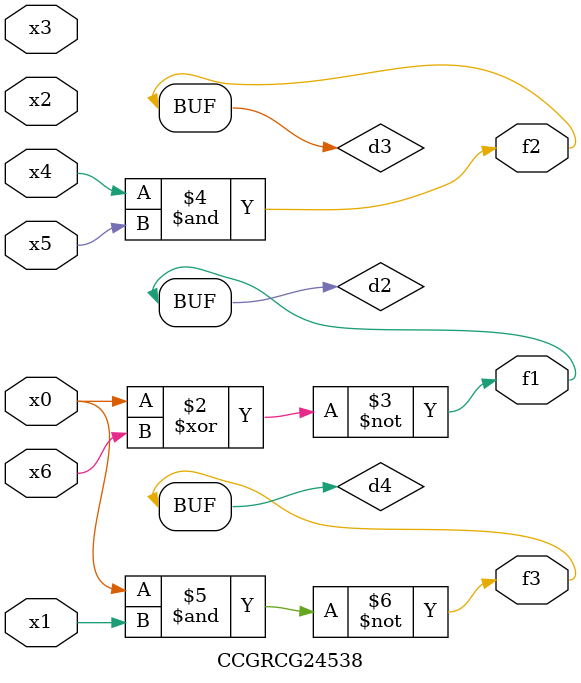
<source format=v>
module CCGRCG24538(
	input x0, x1, x2, x3, x4, x5, x6,
	output f1, f2, f3
);

	wire d1, d2, d3, d4;

	nor (d1, x0);
	xnor (d2, x0, x6);
	and (d3, x4, x5);
	nand (d4, x0, x1);
	assign f1 = d2;
	assign f2 = d3;
	assign f3 = d4;
endmodule

</source>
